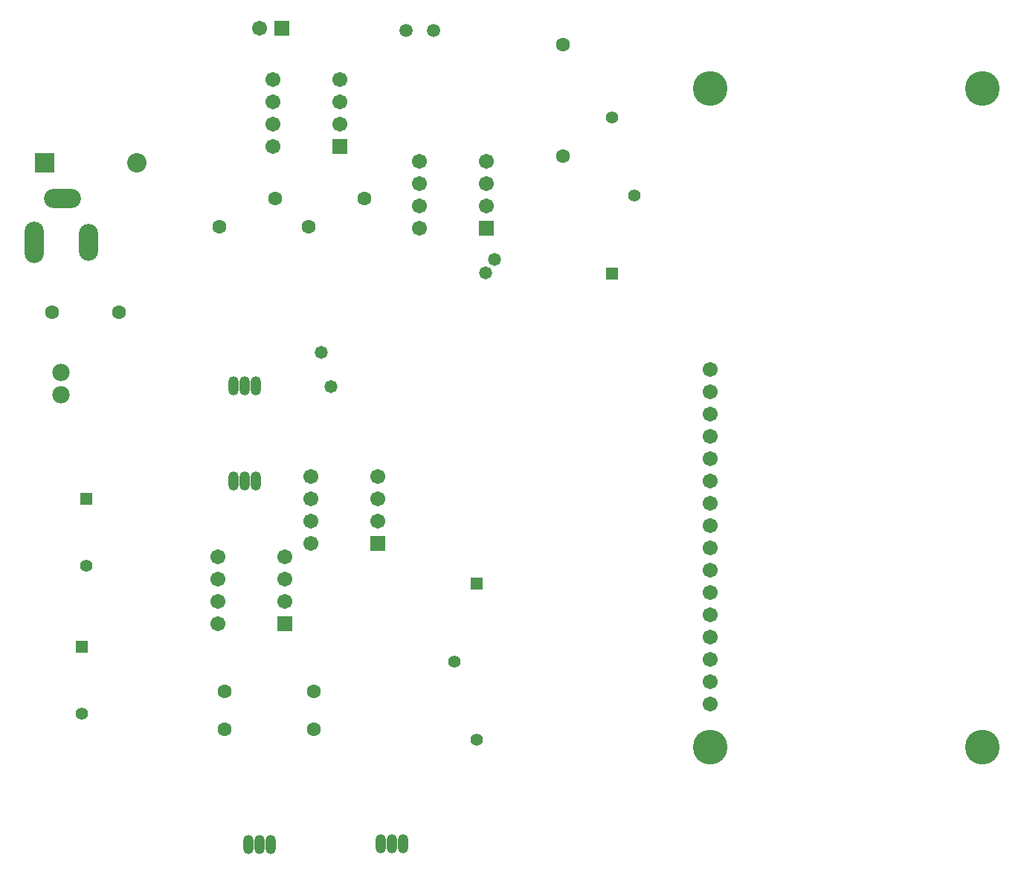
<source format=gbs>
G04 Layer_Color=16711935*
%FSLAX24Y24*%
%MOIN*%
G70*
G01*
G75*
%ADD39C,0.0631*%
%ADD40C,0.0552*%
%ADD41R,0.0552X0.0552*%
%ADD42C,0.1556*%
%ADD43C,0.0671*%
%ADD44O,0.0474X0.0867*%
%ADD45O,0.0474X0.0867*%
%ADD46R,0.0671X0.0671*%
%ADD47C,0.0671*%
%ADD48R,0.0671X0.0671*%
%ADD49C,0.0592*%
%ADD50C,0.0780*%
%ADD51O,0.1655X0.0867*%
%ADD52O,0.0867X0.1655*%
%ADD53O,0.0867X0.1852*%
%ADD54R,0.0867X0.0867*%
%ADD55C,0.0867*%
%ADD56C,0.0580*%
D39*
X66700Y71700D02*
D03*
Y76700D02*
D03*
X51541Y46000D02*
D03*
X55541D02*
D03*
X51541Y47700D02*
D03*
X55541D02*
D03*
X51300Y68550D02*
D03*
X55300D02*
D03*
X53800Y69800D02*
D03*
X57800D02*
D03*
X46800Y64700D02*
D03*
X43800D02*
D03*
D40*
X69900Y69950D02*
D03*
X68900Y73450D02*
D03*
X61850Y49050D02*
D03*
X62850Y45550D02*
D03*
X45150Y46700D02*
D03*
X45350Y53350D02*
D03*
D41*
X68900Y66450D02*
D03*
X62850Y52550D02*
D03*
X45150Y49700D02*
D03*
X45350Y56350D02*
D03*
D42*
X73300Y74748D02*
D03*
X85505D02*
D03*
Y45221D02*
D03*
X73300D02*
D03*
D43*
Y62150D02*
D03*
Y61150D02*
D03*
Y60150D02*
D03*
Y59150D02*
D03*
Y58150D02*
D03*
Y57150D02*
D03*
Y56150D02*
D03*
Y55150D02*
D03*
Y54150D02*
D03*
Y53150D02*
D03*
Y52150D02*
D03*
Y51150D02*
D03*
Y50150D02*
D03*
Y49150D02*
D03*
Y48150D02*
D03*
Y47150D02*
D03*
X53100Y77450D02*
D03*
X44660Y69819D02*
D03*
X43872D02*
D03*
X45447Y67456D02*
D03*
Y68244D02*
D03*
D44*
X59541Y40882D02*
D03*
X58541D02*
D03*
X53600Y40850D02*
D03*
X52600D02*
D03*
X52950Y57150D02*
D03*
X51950D02*
D03*
X52950Y61400D02*
D03*
X51950D02*
D03*
D45*
X59041Y40882D02*
D03*
X53100Y40850D02*
D03*
X52450Y57150D02*
D03*
Y61400D02*
D03*
D46*
X54250Y50750D02*
D03*
X58400Y54350D02*
D03*
X56700Y72150D02*
D03*
X63291Y68481D02*
D03*
D47*
X54250Y51750D02*
D03*
Y52750D02*
D03*
Y53750D02*
D03*
X51250Y50750D02*
D03*
Y51750D02*
D03*
Y52750D02*
D03*
Y53750D02*
D03*
X58400Y55350D02*
D03*
Y56350D02*
D03*
Y57350D02*
D03*
X55400Y54350D02*
D03*
Y55350D02*
D03*
Y56350D02*
D03*
Y57350D02*
D03*
X56700Y73150D02*
D03*
Y74150D02*
D03*
Y75150D02*
D03*
X53700Y72150D02*
D03*
Y73150D02*
D03*
Y74150D02*
D03*
Y75150D02*
D03*
X63291Y69482D02*
D03*
Y70482D02*
D03*
Y71481D02*
D03*
X60291Y68481D02*
D03*
Y69482D02*
D03*
Y70482D02*
D03*
Y71481D02*
D03*
X43006Y68342D02*
D03*
Y67358D02*
D03*
D48*
X54100Y77450D02*
D03*
D49*
X60902Y77350D02*
D03*
X59681D02*
D03*
D50*
X44200Y61000D02*
D03*
Y62000D02*
D03*
D51*
X44266Y69819D02*
D03*
D52*
X45447Y67850D02*
D03*
D53*
X43006D02*
D03*
D54*
X43491Y71400D02*
D03*
D55*
X47609D02*
D03*
D56*
X63240Y66480D02*
D03*
X63660Y67090D02*
D03*
X56300Y61380D02*
D03*
X55890Y62910D02*
D03*
M02*

</source>
